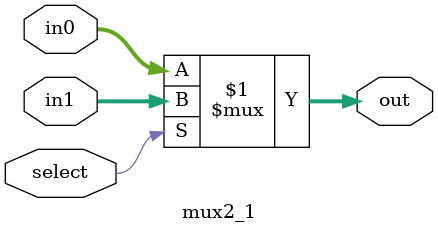
<source format=sv>
`timescale 1ns / 1ps


module mux2_1 #(
    parameter SIZE = 16
    )(
    input [SIZE-1:0]in0,
    input [SIZE-1:0]in1,
    input select,
    output [SIZE-1:0]out
    );
    
    assign out = select ? in1 : in0;
endmodule

</source>
